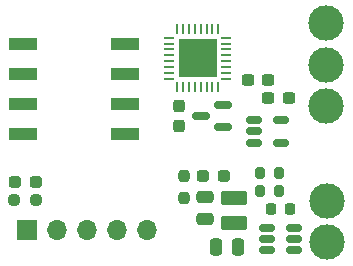
<source format=gts>
%TF.GenerationSoftware,KiCad,Pcbnew,(6.0.2)*%
%TF.CreationDate,2023-03-19T00:19:14-07:00*%
%TF.ProjectId,serial-to-ws2812-v2,73657269-616c-42d7-946f-2d7773323831,rev?*%
%TF.SameCoordinates,Original*%
%TF.FileFunction,Soldermask,Top*%
%TF.FilePolarity,Negative*%
%FSLAX46Y46*%
G04 Gerber Fmt 4.6, Leading zero omitted, Abs format (unit mm)*
G04 Created by KiCad (PCBNEW (6.0.2)) date 2023-03-19 00:19:14*
%MOMM*%
%LPD*%
G01*
G04 APERTURE LIST*
G04 Aperture macros list*
%AMRoundRect*
0 Rectangle with rounded corners*
0 $1 Rounding radius*
0 $2 $3 $4 $5 $6 $7 $8 $9 X,Y pos of 4 corners*
0 Add a 4 corners polygon primitive as box body*
4,1,4,$2,$3,$4,$5,$6,$7,$8,$9,$2,$3,0*
0 Add four circle primitives for the rounded corners*
1,1,$1+$1,$2,$3*
1,1,$1+$1,$4,$5*
1,1,$1+$1,$6,$7*
1,1,$1+$1,$8,$9*
0 Add four rect primitives between the rounded corners*
20,1,$1+$1,$2,$3,$4,$5,0*
20,1,$1+$1,$4,$5,$6,$7,0*
20,1,$1+$1,$6,$7,$8,$9,0*
20,1,$1+$1,$8,$9,$2,$3,0*%
G04 Aperture macros list end*
%ADD10RoundRect,0.150000X0.587500X0.150000X-0.587500X0.150000X-0.587500X-0.150000X0.587500X-0.150000X0*%
%ADD11RoundRect,0.062500X-0.375000X-0.062500X0.375000X-0.062500X0.375000X0.062500X-0.375000X0.062500X0*%
%ADD12RoundRect,0.062500X-0.062500X-0.375000X0.062500X-0.375000X0.062500X0.375000X-0.062500X0.375000X0*%
%ADD13R,3.300000X3.300000*%
%ADD14RoundRect,0.150000X-0.512500X-0.150000X0.512500X-0.150000X0.512500X0.150000X-0.512500X0.150000X0*%
%ADD15R,2.440000X1.120000*%
%ADD16RoundRect,0.237500X-0.250000X-0.237500X0.250000X-0.237500X0.250000X0.237500X-0.250000X0.237500X0*%
%ADD17RoundRect,0.200000X0.200000X0.275000X-0.200000X0.275000X-0.200000X-0.275000X0.200000X-0.275000X0*%
%ADD18RoundRect,0.237500X0.237500X-0.250000X0.237500X0.250000X-0.237500X0.250000X-0.237500X-0.250000X0*%
%ADD19RoundRect,0.200000X-0.200000X-0.275000X0.200000X-0.275000X0.200000X0.275000X-0.200000X0.275000X0*%
%ADD20RoundRect,0.250000X0.850000X-0.375000X0.850000X0.375000X-0.850000X0.375000X-0.850000X-0.375000X0*%
%ADD21C,3.000000*%
%ADD22R,1.700000X1.700000*%
%ADD23O,1.700000X1.700000*%
%ADD24RoundRect,0.237500X0.287500X0.237500X-0.287500X0.237500X-0.287500X-0.237500X0.287500X-0.237500X0*%
%ADD25RoundRect,0.237500X0.300000X0.237500X-0.300000X0.237500X-0.300000X-0.237500X0.300000X-0.237500X0*%
%ADD26RoundRect,0.237500X-0.300000X-0.237500X0.300000X-0.237500X0.300000X0.237500X-0.300000X0.237500X0*%
%ADD27RoundRect,0.250000X0.250000X0.475000X-0.250000X0.475000X-0.250000X-0.475000X0.250000X-0.475000X0*%
%ADD28RoundRect,0.237500X-0.237500X0.300000X-0.237500X-0.300000X0.237500X-0.300000X0.237500X0.300000X0*%
%ADD29RoundRect,0.250000X-0.475000X0.250000X-0.475000X-0.250000X0.475000X-0.250000X0.475000X0.250000X0*%
%ADD30RoundRect,0.225000X-0.225000X-0.250000X0.225000X-0.250000X0.225000X0.250000X-0.225000X0.250000X0*%
G04 APERTURE END LIST*
D10*
%TO.C,U1*%
X171437500Y-43550000D03*
X171437500Y-41650000D03*
X169562500Y-42600000D03*
%TD*%
D11*
%TO.C,U3*%
X166862500Y-35950000D03*
X166862500Y-36450000D03*
X166862500Y-36950000D03*
X166862500Y-37450000D03*
X166862500Y-37950000D03*
X166862500Y-38450000D03*
X166862500Y-38950000D03*
X166862500Y-39450000D03*
D12*
X167550000Y-40137500D03*
X168050000Y-40137500D03*
X168550000Y-40137500D03*
X169050000Y-40137500D03*
X169550000Y-40137500D03*
X170050000Y-40137500D03*
X170550000Y-40137500D03*
X171050000Y-40137500D03*
D11*
X171737500Y-39450000D03*
X171737500Y-38950000D03*
X171737500Y-38450000D03*
X171737500Y-37950000D03*
X171737500Y-37450000D03*
X171737500Y-36950000D03*
X171737500Y-36450000D03*
X171737500Y-35950000D03*
D12*
X171050000Y-35262500D03*
X170550000Y-35262500D03*
X170050000Y-35262500D03*
X169550000Y-35262500D03*
X169050000Y-35262500D03*
X168550000Y-35262500D03*
X168050000Y-35262500D03*
X167550000Y-35262500D03*
D13*
X169300000Y-37700000D03*
%TD*%
D14*
%TO.C,U2*%
X177437500Y-52050000D03*
X177437500Y-53000000D03*
X177437500Y-53950000D03*
X175162500Y-53950000D03*
X175162500Y-53000000D03*
X175162500Y-52050000D03*
%TD*%
%TO.C,U4*%
X174062500Y-42950000D03*
X174062500Y-43900000D03*
X174062500Y-44850000D03*
X176337500Y-44850000D03*
X176337500Y-42950000D03*
%TD*%
D15*
%TO.C,SW1*%
X163105000Y-44110000D03*
X163105000Y-41570000D03*
X163105000Y-39030000D03*
X163105000Y-36490000D03*
X154495000Y-36490000D03*
X154495000Y-39030000D03*
X154495000Y-41570000D03*
X154495000Y-44110000D03*
%TD*%
D16*
%TO.C,R4*%
X153787500Y-49700000D03*
X155612500Y-49700000D03*
%TD*%
D17*
%TO.C,R3*%
X176225000Y-47450000D03*
X174575000Y-47450000D03*
%TD*%
D18*
%TO.C,R2*%
X168100000Y-47687500D03*
X168100000Y-49512500D03*
%TD*%
D19*
%TO.C,R1*%
X174575000Y-48950000D03*
X176225000Y-48950000D03*
%TD*%
D20*
%TO.C,L1*%
X172400000Y-51675000D03*
X172400000Y-49525000D03*
%TD*%
D21*
%TO.C,DOut*%
X180200000Y-41750000D03*
%TD*%
%TO.C,DIn*%
X180200000Y-34750000D03*
%TD*%
%TO.C,DOut_3.3*%
X180200000Y-38250000D03*
%TD*%
%TO.C,Gnd*%
X180250000Y-49750000D03*
%TD*%
%TO.C,Pwr*%
X180250000Y-53250000D03*
%TD*%
D22*
%TO.C,J1*%
X154850000Y-52275000D03*
D23*
X157390000Y-52275000D03*
X159930000Y-52275000D03*
X162470000Y-52275000D03*
X165010000Y-52275000D03*
%TD*%
D24*
%TO.C,D2*%
X155575000Y-48200000D03*
X153825000Y-48200000D03*
%TD*%
%TO.C,D1*%
X171500000Y-47700000D03*
X169750000Y-47700000D03*
%TD*%
D25*
%TO.C,C6*%
X177000000Y-41050000D03*
X175275000Y-41050000D03*
%TD*%
D26*
%TO.C,C5*%
X173537500Y-39500000D03*
X175262500Y-39500000D03*
%TD*%
D27*
%TO.C,C4*%
X172750000Y-53700000D03*
X170850000Y-53700000D03*
%TD*%
D28*
%TO.C,C3*%
X167750000Y-41737500D03*
X167750000Y-43462500D03*
%TD*%
D29*
%TO.C,C2*%
X169900000Y-49450000D03*
X169900000Y-51350000D03*
%TD*%
D30*
%TO.C,C1*%
X175525000Y-50500000D03*
X177075000Y-50500000D03*
%TD*%
M02*

</source>
